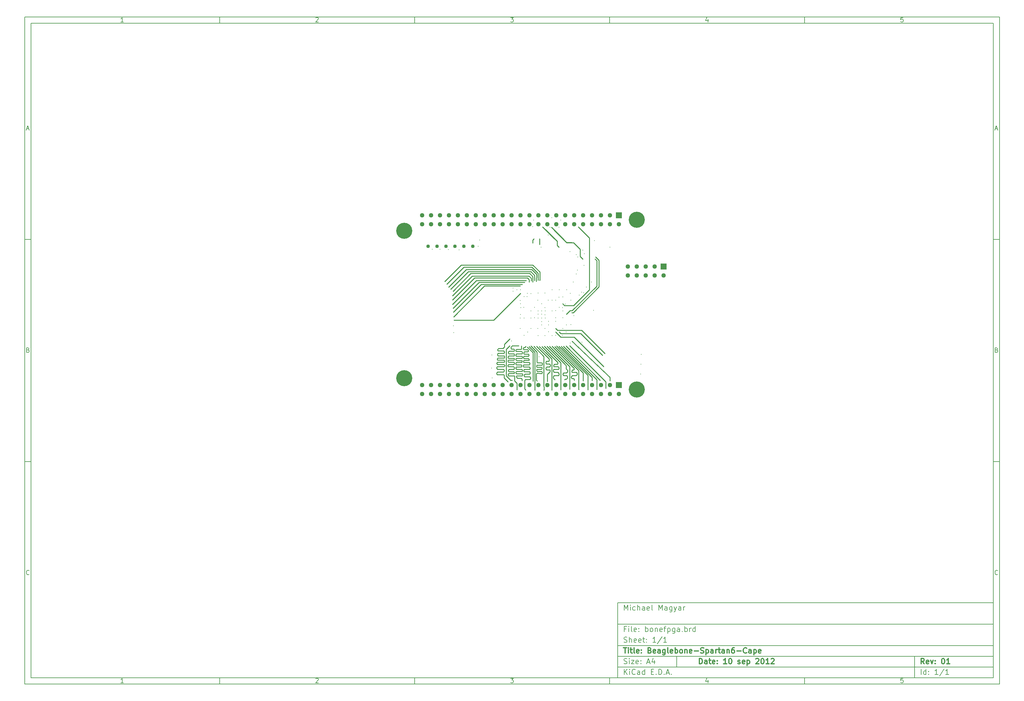
<source format=gbr>
G04 (created by PCBNEW-RS274X (2012-jan-04)-stable) date Mon Sep 10 12:25:47 2012*
G01*
G70*
G90*
%MOIN*%
G04 Gerber Fmt 3.4, Leading zero omitted, Abs format*
%FSLAX34Y34*%
G04 APERTURE LIST*
%ADD10C,0.006000*%
%ADD11C,0.012000*%
%ADD12C,0.040200*%
%ADD13C,0.180000*%
%ADD14R,0.065000X0.065000*%
%ADD15C,0.051200*%
%ADD16C,0.011800*%
%ADD17C,0.009800*%
%ADD18C,0.011800*%
G04 APERTURE END LIST*
G54D10*
X04000Y-04000D02*
X113000Y-04000D01*
X113000Y-78670D01*
X04000Y-78670D01*
X04000Y-04000D01*
X04700Y-04700D02*
X112300Y-04700D01*
X112300Y-77970D01*
X04700Y-77970D01*
X04700Y-04700D01*
X25800Y-04000D02*
X25800Y-04700D01*
X15043Y-04552D02*
X14757Y-04552D01*
X14900Y-04552D02*
X14900Y-04052D01*
X14852Y-04124D01*
X14805Y-04171D01*
X14757Y-04195D01*
X25800Y-78670D02*
X25800Y-77970D01*
X15043Y-78522D02*
X14757Y-78522D01*
X14900Y-78522D02*
X14900Y-78022D01*
X14852Y-78094D01*
X14805Y-78141D01*
X14757Y-78165D01*
X47600Y-04000D02*
X47600Y-04700D01*
X36557Y-04100D02*
X36581Y-04076D01*
X36629Y-04052D01*
X36748Y-04052D01*
X36795Y-04076D01*
X36819Y-04100D01*
X36843Y-04148D01*
X36843Y-04195D01*
X36819Y-04267D01*
X36533Y-04552D01*
X36843Y-04552D01*
X47600Y-78670D02*
X47600Y-77970D01*
X36557Y-78070D02*
X36581Y-78046D01*
X36629Y-78022D01*
X36748Y-78022D01*
X36795Y-78046D01*
X36819Y-78070D01*
X36843Y-78118D01*
X36843Y-78165D01*
X36819Y-78237D01*
X36533Y-78522D01*
X36843Y-78522D01*
X69400Y-04000D02*
X69400Y-04700D01*
X58333Y-04052D02*
X58643Y-04052D01*
X58476Y-04243D01*
X58548Y-04243D01*
X58595Y-04267D01*
X58619Y-04290D01*
X58643Y-04338D01*
X58643Y-04457D01*
X58619Y-04505D01*
X58595Y-04529D01*
X58548Y-04552D01*
X58405Y-04552D01*
X58357Y-04529D01*
X58333Y-04505D01*
X69400Y-78670D02*
X69400Y-77970D01*
X58333Y-78022D02*
X58643Y-78022D01*
X58476Y-78213D01*
X58548Y-78213D01*
X58595Y-78237D01*
X58619Y-78260D01*
X58643Y-78308D01*
X58643Y-78427D01*
X58619Y-78475D01*
X58595Y-78499D01*
X58548Y-78522D01*
X58405Y-78522D01*
X58357Y-78499D01*
X58333Y-78475D01*
X91200Y-04000D02*
X91200Y-04700D01*
X80395Y-04219D02*
X80395Y-04552D01*
X80276Y-04029D02*
X80157Y-04386D01*
X80467Y-04386D01*
X91200Y-78670D02*
X91200Y-77970D01*
X80395Y-78189D02*
X80395Y-78522D01*
X80276Y-77999D02*
X80157Y-78356D01*
X80467Y-78356D01*
X102219Y-04052D02*
X101981Y-04052D01*
X101957Y-04290D01*
X101981Y-04267D01*
X102029Y-04243D01*
X102148Y-04243D01*
X102195Y-04267D01*
X102219Y-04290D01*
X102243Y-04338D01*
X102243Y-04457D01*
X102219Y-04505D01*
X102195Y-04529D01*
X102148Y-04552D01*
X102029Y-04552D01*
X101981Y-04529D01*
X101957Y-04505D01*
X102219Y-78022D02*
X101981Y-78022D01*
X101957Y-78260D01*
X101981Y-78237D01*
X102029Y-78213D01*
X102148Y-78213D01*
X102195Y-78237D01*
X102219Y-78260D01*
X102243Y-78308D01*
X102243Y-78427D01*
X102219Y-78475D01*
X102195Y-78499D01*
X102148Y-78522D01*
X102029Y-78522D01*
X101981Y-78499D01*
X101957Y-78475D01*
X04000Y-28890D02*
X04700Y-28890D01*
X04231Y-16510D02*
X04469Y-16510D01*
X04184Y-16652D02*
X04350Y-16152D01*
X04517Y-16652D01*
X113000Y-28890D02*
X112300Y-28890D01*
X112531Y-16510D02*
X112769Y-16510D01*
X112484Y-16652D02*
X112650Y-16152D01*
X112817Y-16652D01*
X04000Y-53780D02*
X04700Y-53780D01*
X04386Y-41280D02*
X04457Y-41304D01*
X04481Y-41328D01*
X04505Y-41376D01*
X04505Y-41447D01*
X04481Y-41495D01*
X04457Y-41519D01*
X04410Y-41542D01*
X04219Y-41542D01*
X04219Y-41042D01*
X04386Y-41042D01*
X04433Y-41066D01*
X04457Y-41090D01*
X04481Y-41138D01*
X04481Y-41185D01*
X04457Y-41233D01*
X04433Y-41257D01*
X04386Y-41280D01*
X04219Y-41280D01*
X113000Y-53780D02*
X112300Y-53780D01*
X112686Y-41280D02*
X112757Y-41304D01*
X112781Y-41328D01*
X112805Y-41376D01*
X112805Y-41447D01*
X112781Y-41495D01*
X112757Y-41519D01*
X112710Y-41542D01*
X112519Y-41542D01*
X112519Y-41042D01*
X112686Y-41042D01*
X112733Y-41066D01*
X112757Y-41090D01*
X112781Y-41138D01*
X112781Y-41185D01*
X112757Y-41233D01*
X112733Y-41257D01*
X112686Y-41280D01*
X112519Y-41280D01*
X04505Y-66385D02*
X04481Y-66409D01*
X04410Y-66432D01*
X04362Y-66432D01*
X04290Y-66409D01*
X04243Y-66361D01*
X04219Y-66313D01*
X04195Y-66218D01*
X04195Y-66147D01*
X04219Y-66051D01*
X04243Y-66004D01*
X04290Y-65956D01*
X04362Y-65932D01*
X04410Y-65932D01*
X04481Y-65956D01*
X04505Y-65980D01*
X112805Y-66385D02*
X112781Y-66409D01*
X112710Y-66432D01*
X112662Y-66432D01*
X112590Y-66409D01*
X112543Y-66361D01*
X112519Y-66313D01*
X112495Y-66218D01*
X112495Y-66147D01*
X112519Y-66051D01*
X112543Y-66004D01*
X112590Y-65956D01*
X112662Y-65932D01*
X112710Y-65932D01*
X112781Y-65956D01*
X112805Y-65980D01*
G54D11*
X79443Y-76413D02*
X79443Y-75813D01*
X79586Y-75813D01*
X79671Y-75841D01*
X79729Y-75899D01*
X79757Y-75956D01*
X79786Y-76070D01*
X79786Y-76156D01*
X79757Y-76270D01*
X79729Y-76327D01*
X79671Y-76384D01*
X79586Y-76413D01*
X79443Y-76413D01*
X80300Y-76413D02*
X80300Y-76099D01*
X80271Y-76041D01*
X80214Y-76013D01*
X80100Y-76013D01*
X80043Y-76041D01*
X80300Y-76384D02*
X80243Y-76413D01*
X80100Y-76413D01*
X80043Y-76384D01*
X80014Y-76327D01*
X80014Y-76270D01*
X80043Y-76213D01*
X80100Y-76184D01*
X80243Y-76184D01*
X80300Y-76156D01*
X80500Y-76013D02*
X80729Y-76013D01*
X80586Y-75813D02*
X80586Y-76327D01*
X80614Y-76384D01*
X80672Y-76413D01*
X80729Y-76413D01*
X81157Y-76384D02*
X81100Y-76413D01*
X80986Y-76413D01*
X80929Y-76384D01*
X80900Y-76327D01*
X80900Y-76099D01*
X80929Y-76041D01*
X80986Y-76013D01*
X81100Y-76013D01*
X81157Y-76041D01*
X81186Y-76099D01*
X81186Y-76156D01*
X80900Y-76213D01*
X81443Y-76356D02*
X81471Y-76384D01*
X81443Y-76413D01*
X81414Y-76384D01*
X81443Y-76356D01*
X81443Y-76413D01*
X81443Y-76041D02*
X81471Y-76070D01*
X81443Y-76099D01*
X81414Y-76070D01*
X81443Y-76041D01*
X81443Y-76099D01*
X82500Y-76413D02*
X82157Y-76413D01*
X82329Y-76413D02*
X82329Y-75813D01*
X82272Y-75899D01*
X82214Y-75956D01*
X82157Y-75984D01*
X82871Y-75813D02*
X82928Y-75813D01*
X82985Y-75841D01*
X83014Y-75870D01*
X83043Y-75927D01*
X83071Y-76041D01*
X83071Y-76184D01*
X83043Y-76299D01*
X83014Y-76356D01*
X82985Y-76384D01*
X82928Y-76413D01*
X82871Y-76413D01*
X82814Y-76384D01*
X82785Y-76356D01*
X82757Y-76299D01*
X82728Y-76184D01*
X82728Y-76041D01*
X82757Y-75927D01*
X82785Y-75870D01*
X82814Y-75841D01*
X82871Y-75813D01*
X83756Y-76384D02*
X83813Y-76413D01*
X83928Y-76413D01*
X83985Y-76384D01*
X84013Y-76327D01*
X84013Y-76299D01*
X83985Y-76241D01*
X83928Y-76213D01*
X83842Y-76213D01*
X83785Y-76184D01*
X83756Y-76127D01*
X83756Y-76099D01*
X83785Y-76041D01*
X83842Y-76013D01*
X83928Y-76013D01*
X83985Y-76041D01*
X84499Y-76384D02*
X84442Y-76413D01*
X84328Y-76413D01*
X84271Y-76384D01*
X84242Y-76327D01*
X84242Y-76099D01*
X84271Y-76041D01*
X84328Y-76013D01*
X84442Y-76013D01*
X84499Y-76041D01*
X84528Y-76099D01*
X84528Y-76156D01*
X84242Y-76213D01*
X84785Y-76013D02*
X84785Y-76613D01*
X84785Y-76041D02*
X84842Y-76013D01*
X84956Y-76013D01*
X85013Y-76041D01*
X85042Y-76070D01*
X85071Y-76127D01*
X85071Y-76299D01*
X85042Y-76356D01*
X85013Y-76384D01*
X84956Y-76413D01*
X84842Y-76413D01*
X84785Y-76384D01*
X85756Y-75870D02*
X85785Y-75841D01*
X85842Y-75813D01*
X85985Y-75813D01*
X86042Y-75841D01*
X86071Y-75870D01*
X86099Y-75927D01*
X86099Y-75984D01*
X86071Y-76070D01*
X85728Y-76413D01*
X86099Y-76413D01*
X86470Y-75813D02*
X86527Y-75813D01*
X86584Y-75841D01*
X86613Y-75870D01*
X86642Y-75927D01*
X86670Y-76041D01*
X86670Y-76184D01*
X86642Y-76299D01*
X86613Y-76356D01*
X86584Y-76384D01*
X86527Y-76413D01*
X86470Y-76413D01*
X86413Y-76384D01*
X86384Y-76356D01*
X86356Y-76299D01*
X86327Y-76184D01*
X86327Y-76041D01*
X86356Y-75927D01*
X86384Y-75870D01*
X86413Y-75841D01*
X86470Y-75813D01*
X87241Y-76413D02*
X86898Y-76413D01*
X87070Y-76413D02*
X87070Y-75813D01*
X87013Y-75899D01*
X86955Y-75956D01*
X86898Y-75984D01*
X87469Y-75870D02*
X87498Y-75841D01*
X87555Y-75813D01*
X87698Y-75813D01*
X87755Y-75841D01*
X87784Y-75870D01*
X87812Y-75927D01*
X87812Y-75984D01*
X87784Y-76070D01*
X87441Y-76413D01*
X87812Y-76413D01*
G54D10*
X71043Y-77613D02*
X71043Y-77013D01*
X71386Y-77613D02*
X71129Y-77270D01*
X71386Y-77013D02*
X71043Y-77356D01*
X71643Y-77613D02*
X71643Y-77213D01*
X71643Y-77013D02*
X71614Y-77041D01*
X71643Y-77070D01*
X71671Y-77041D01*
X71643Y-77013D01*
X71643Y-77070D01*
X72272Y-77556D02*
X72243Y-77584D01*
X72157Y-77613D01*
X72100Y-77613D01*
X72015Y-77584D01*
X71957Y-77527D01*
X71929Y-77470D01*
X71900Y-77356D01*
X71900Y-77270D01*
X71929Y-77156D01*
X71957Y-77099D01*
X72015Y-77041D01*
X72100Y-77013D01*
X72157Y-77013D01*
X72243Y-77041D01*
X72272Y-77070D01*
X72786Y-77613D02*
X72786Y-77299D01*
X72757Y-77241D01*
X72700Y-77213D01*
X72586Y-77213D01*
X72529Y-77241D01*
X72786Y-77584D02*
X72729Y-77613D01*
X72586Y-77613D01*
X72529Y-77584D01*
X72500Y-77527D01*
X72500Y-77470D01*
X72529Y-77413D01*
X72586Y-77384D01*
X72729Y-77384D01*
X72786Y-77356D01*
X73329Y-77613D02*
X73329Y-77013D01*
X73329Y-77584D02*
X73272Y-77613D01*
X73158Y-77613D01*
X73100Y-77584D01*
X73072Y-77556D01*
X73043Y-77499D01*
X73043Y-77327D01*
X73072Y-77270D01*
X73100Y-77241D01*
X73158Y-77213D01*
X73272Y-77213D01*
X73329Y-77241D01*
X74072Y-77299D02*
X74272Y-77299D01*
X74358Y-77613D02*
X74072Y-77613D01*
X74072Y-77013D01*
X74358Y-77013D01*
X74615Y-77556D02*
X74643Y-77584D01*
X74615Y-77613D01*
X74586Y-77584D01*
X74615Y-77556D01*
X74615Y-77613D01*
X74901Y-77613D02*
X74901Y-77013D01*
X75044Y-77013D01*
X75129Y-77041D01*
X75187Y-77099D01*
X75215Y-77156D01*
X75244Y-77270D01*
X75244Y-77356D01*
X75215Y-77470D01*
X75187Y-77527D01*
X75129Y-77584D01*
X75044Y-77613D01*
X74901Y-77613D01*
X75501Y-77556D02*
X75529Y-77584D01*
X75501Y-77613D01*
X75472Y-77584D01*
X75501Y-77556D01*
X75501Y-77613D01*
X75758Y-77441D02*
X76044Y-77441D01*
X75701Y-77613D02*
X75901Y-77013D01*
X76101Y-77613D01*
X76301Y-77556D02*
X76329Y-77584D01*
X76301Y-77613D01*
X76272Y-77584D01*
X76301Y-77556D01*
X76301Y-77613D01*
G54D11*
X104586Y-76413D02*
X104386Y-76127D01*
X104243Y-76413D02*
X104243Y-75813D01*
X104471Y-75813D01*
X104529Y-75841D01*
X104557Y-75870D01*
X104586Y-75927D01*
X104586Y-76013D01*
X104557Y-76070D01*
X104529Y-76099D01*
X104471Y-76127D01*
X104243Y-76127D01*
X105071Y-76384D02*
X105014Y-76413D01*
X104900Y-76413D01*
X104843Y-76384D01*
X104814Y-76327D01*
X104814Y-76099D01*
X104843Y-76041D01*
X104900Y-76013D01*
X105014Y-76013D01*
X105071Y-76041D01*
X105100Y-76099D01*
X105100Y-76156D01*
X104814Y-76213D01*
X105300Y-76013D02*
X105443Y-76413D01*
X105585Y-76013D01*
X105814Y-76356D02*
X105842Y-76384D01*
X105814Y-76413D01*
X105785Y-76384D01*
X105814Y-76356D01*
X105814Y-76413D01*
X105814Y-76041D02*
X105842Y-76070D01*
X105814Y-76099D01*
X105785Y-76070D01*
X105814Y-76041D01*
X105814Y-76099D01*
X106671Y-75813D02*
X106728Y-75813D01*
X106785Y-75841D01*
X106814Y-75870D01*
X106843Y-75927D01*
X106871Y-76041D01*
X106871Y-76184D01*
X106843Y-76299D01*
X106814Y-76356D01*
X106785Y-76384D01*
X106728Y-76413D01*
X106671Y-76413D01*
X106614Y-76384D01*
X106585Y-76356D01*
X106557Y-76299D01*
X106528Y-76184D01*
X106528Y-76041D01*
X106557Y-75927D01*
X106585Y-75870D01*
X106614Y-75841D01*
X106671Y-75813D01*
X107442Y-76413D02*
X107099Y-76413D01*
X107271Y-76413D02*
X107271Y-75813D01*
X107214Y-75899D01*
X107156Y-75956D01*
X107099Y-75984D01*
G54D10*
X71014Y-76384D02*
X71100Y-76413D01*
X71243Y-76413D01*
X71300Y-76384D01*
X71329Y-76356D01*
X71357Y-76299D01*
X71357Y-76241D01*
X71329Y-76184D01*
X71300Y-76156D01*
X71243Y-76127D01*
X71129Y-76099D01*
X71071Y-76070D01*
X71043Y-76041D01*
X71014Y-75984D01*
X71014Y-75927D01*
X71043Y-75870D01*
X71071Y-75841D01*
X71129Y-75813D01*
X71271Y-75813D01*
X71357Y-75841D01*
X71614Y-76413D02*
X71614Y-76013D01*
X71614Y-75813D02*
X71585Y-75841D01*
X71614Y-75870D01*
X71642Y-75841D01*
X71614Y-75813D01*
X71614Y-75870D01*
X71843Y-76013D02*
X72157Y-76013D01*
X71843Y-76413D01*
X72157Y-76413D01*
X72614Y-76384D02*
X72557Y-76413D01*
X72443Y-76413D01*
X72386Y-76384D01*
X72357Y-76327D01*
X72357Y-76099D01*
X72386Y-76041D01*
X72443Y-76013D01*
X72557Y-76013D01*
X72614Y-76041D01*
X72643Y-76099D01*
X72643Y-76156D01*
X72357Y-76213D01*
X72900Y-76356D02*
X72928Y-76384D01*
X72900Y-76413D01*
X72871Y-76384D01*
X72900Y-76356D01*
X72900Y-76413D01*
X72900Y-76041D02*
X72928Y-76070D01*
X72900Y-76099D01*
X72871Y-76070D01*
X72900Y-76041D01*
X72900Y-76099D01*
X73614Y-76241D02*
X73900Y-76241D01*
X73557Y-76413D02*
X73757Y-75813D01*
X73957Y-76413D01*
X74414Y-76013D02*
X74414Y-76413D01*
X74271Y-75784D02*
X74128Y-76213D01*
X74500Y-76213D01*
X104243Y-77613D02*
X104243Y-77013D01*
X104786Y-77613D02*
X104786Y-77013D01*
X104786Y-77584D02*
X104729Y-77613D01*
X104615Y-77613D01*
X104557Y-77584D01*
X104529Y-77556D01*
X104500Y-77499D01*
X104500Y-77327D01*
X104529Y-77270D01*
X104557Y-77241D01*
X104615Y-77213D01*
X104729Y-77213D01*
X104786Y-77241D01*
X105072Y-77556D02*
X105100Y-77584D01*
X105072Y-77613D01*
X105043Y-77584D01*
X105072Y-77556D01*
X105072Y-77613D01*
X105072Y-77241D02*
X105100Y-77270D01*
X105072Y-77299D01*
X105043Y-77270D01*
X105072Y-77241D01*
X105072Y-77299D01*
X106129Y-77613D02*
X105786Y-77613D01*
X105958Y-77613D02*
X105958Y-77013D01*
X105901Y-77099D01*
X105843Y-77156D01*
X105786Y-77184D01*
X106814Y-76984D02*
X106300Y-77756D01*
X107329Y-77613D02*
X106986Y-77613D01*
X107158Y-77613D02*
X107158Y-77013D01*
X107101Y-77099D01*
X107043Y-77156D01*
X106986Y-77184D01*
G54D11*
X70957Y-74613D02*
X71300Y-74613D01*
X71129Y-75213D02*
X71129Y-74613D01*
X71500Y-75213D02*
X71500Y-74813D01*
X71500Y-74613D02*
X71471Y-74641D01*
X71500Y-74670D01*
X71528Y-74641D01*
X71500Y-74613D01*
X71500Y-74670D01*
X71700Y-74813D02*
X71929Y-74813D01*
X71786Y-74613D02*
X71786Y-75127D01*
X71814Y-75184D01*
X71872Y-75213D01*
X71929Y-75213D01*
X72215Y-75213D02*
X72157Y-75184D01*
X72129Y-75127D01*
X72129Y-74613D01*
X72671Y-75184D02*
X72614Y-75213D01*
X72500Y-75213D01*
X72443Y-75184D01*
X72414Y-75127D01*
X72414Y-74899D01*
X72443Y-74841D01*
X72500Y-74813D01*
X72614Y-74813D01*
X72671Y-74841D01*
X72700Y-74899D01*
X72700Y-74956D01*
X72414Y-75013D01*
X72957Y-75156D02*
X72985Y-75184D01*
X72957Y-75213D01*
X72928Y-75184D01*
X72957Y-75156D01*
X72957Y-75213D01*
X72957Y-74841D02*
X72985Y-74870D01*
X72957Y-74899D01*
X72928Y-74870D01*
X72957Y-74841D01*
X72957Y-74899D01*
X73900Y-74899D02*
X73986Y-74927D01*
X74014Y-74956D01*
X74043Y-75013D01*
X74043Y-75099D01*
X74014Y-75156D01*
X73986Y-75184D01*
X73928Y-75213D01*
X73700Y-75213D01*
X73700Y-74613D01*
X73900Y-74613D01*
X73957Y-74641D01*
X73986Y-74670D01*
X74014Y-74727D01*
X74014Y-74784D01*
X73986Y-74841D01*
X73957Y-74870D01*
X73900Y-74899D01*
X73700Y-74899D01*
X74528Y-75184D02*
X74471Y-75213D01*
X74357Y-75213D01*
X74300Y-75184D01*
X74271Y-75127D01*
X74271Y-74899D01*
X74300Y-74841D01*
X74357Y-74813D01*
X74471Y-74813D01*
X74528Y-74841D01*
X74557Y-74899D01*
X74557Y-74956D01*
X74271Y-75013D01*
X75071Y-75213D02*
X75071Y-74899D01*
X75042Y-74841D01*
X74985Y-74813D01*
X74871Y-74813D01*
X74814Y-74841D01*
X75071Y-75184D02*
X75014Y-75213D01*
X74871Y-75213D01*
X74814Y-75184D01*
X74785Y-75127D01*
X74785Y-75070D01*
X74814Y-75013D01*
X74871Y-74984D01*
X75014Y-74984D01*
X75071Y-74956D01*
X75614Y-74813D02*
X75614Y-75299D01*
X75585Y-75356D01*
X75557Y-75384D01*
X75500Y-75413D01*
X75414Y-75413D01*
X75357Y-75384D01*
X75614Y-75184D02*
X75557Y-75213D01*
X75443Y-75213D01*
X75385Y-75184D01*
X75357Y-75156D01*
X75328Y-75099D01*
X75328Y-74927D01*
X75357Y-74870D01*
X75385Y-74841D01*
X75443Y-74813D01*
X75557Y-74813D01*
X75614Y-74841D01*
X75986Y-75213D02*
X75928Y-75184D01*
X75900Y-75127D01*
X75900Y-74613D01*
X76442Y-75184D02*
X76385Y-75213D01*
X76271Y-75213D01*
X76214Y-75184D01*
X76185Y-75127D01*
X76185Y-74899D01*
X76214Y-74841D01*
X76271Y-74813D01*
X76385Y-74813D01*
X76442Y-74841D01*
X76471Y-74899D01*
X76471Y-74956D01*
X76185Y-75013D01*
X76728Y-75213D02*
X76728Y-74613D01*
X76728Y-74841D02*
X76785Y-74813D01*
X76899Y-74813D01*
X76956Y-74841D01*
X76985Y-74870D01*
X77014Y-74927D01*
X77014Y-75099D01*
X76985Y-75156D01*
X76956Y-75184D01*
X76899Y-75213D01*
X76785Y-75213D01*
X76728Y-75184D01*
X77357Y-75213D02*
X77299Y-75184D01*
X77271Y-75156D01*
X77242Y-75099D01*
X77242Y-74927D01*
X77271Y-74870D01*
X77299Y-74841D01*
X77357Y-74813D01*
X77442Y-74813D01*
X77499Y-74841D01*
X77528Y-74870D01*
X77557Y-74927D01*
X77557Y-75099D01*
X77528Y-75156D01*
X77499Y-75184D01*
X77442Y-75213D01*
X77357Y-75213D01*
X77814Y-74813D02*
X77814Y-75213D01*
X77814Y-74870D02*
X77842Y-74841D01*
X77900Y-74813D01*
X77985Y-74813D01*
X78042Y-74841D01*
X78071Y-74899D01*
X78071Y-75213D01*
X78585Y-75184D02*
X78528Y-75213D01*
X78414Y-75213D01*
X78357Y-75184D01*
X78328Y-75127D01*
X78328Y-74899D01*
X78357Y-74841D01*
X78414Y-74813D01*
X78528Y-74813D01*
X78585Y-74841D01*
X78614Y-74899D01*
X78614Y-74956D01*
X78328Y-75013D01*
X78871Y-74984D02*
X79328Y-74984D01*
X79585Y-75184D02*
X79671Y-75213D01*
X79814Y-75213D01*
X79871Y-75184D01*
X79900Y-75156D01*
X79928Y-75099D01*
X79928Y-75041D01*
X79900Y-74984D01*
X79871Y-74956D01*
X79814Y-74927D01*
X79700Y-74899D01*
X79642Y-74870D01*
X79614Y-74841D01*
X79585Y-74784D01*
X79585Y-74727D01*
X79614Y-74670D01*
X79642Y-74641D01*
X79700Y-74613D01*
X79842Y-74613D01*
X79928Y-74641D01*
X80185Y-74813D02*
X80185Y-75413D01*
X80185Y-74841D02*
X80242Y-74813D01*
X80356Y-74813D01*
X80413Y-74841D01*
X80442Y-74870D01*
X80471Y-74927D01*
X80471Y-75099D01*
X80442Y-75156D01*
X80413Y-75184D01*
X80356Y-75213D01*
X80242Y-75213D01*
X80185Y-75184D01*
X80985Y-75213D02*
X80985Y-74899D01*
X80956Y-74841D01*
X80899Y-74813D01*
X80785Y-74813D01*
X80728Y-74841D01*
X80985Y-75184D02*
X80928Y-75213D01*
X80785Y-75213D01*
X80728Y-75184D01*
X80699Y-75127D01*
X80699Y-75070D01*
X80728Y-75013D01*
X80785Y-74984D01*
X80928Y-74984D01*
X80985Y-74956D01*
X81271Y-75213D02*
X81271Y-74813D01*
X81271Y-74927D02*
X81299Y-74870D01*
X81328Y-74841D01*
X81385Y-74813D01*
X81442Y-74813D01*
X81556Y-74813D02*
X81785Y-74813D01*
X81642Y-74613D02*
X81642Y-75127D01*
X81670Y-75184D01*
X81728Y-75213D01*
X81785Y-75213D01*
X82242Y-75213D02*
X82242Y-74899D01*
X82213Y-74841D01*
X82156Y-74813D01*
X82042Y-74813D01*
X81985Y-74841D01*
X82242Y-75184D02*
X82185Y-75213D01*
X82042Y-75213D01*
X81985Y-75184D01*
X81956Y-75127D01*
X81956Y-75070D01*
X81985Y-75013D01*
X82042Y-74984D01*
X82185Y-74984D01*
X82242Y-74956D01*
X82528Y-74813D02*
X82528Y-75213D01*
X82528Y-74870D02*
X82556Y-74841D01*
X82614Y-74813D01*
X82699Y-74813D01*
X82756Y-74841D01*
X82785Y-74899D01*
X82785Y-75213D01*
X83328Y-74613D02*
X83214Y-74613D01*
X83157Y-74641D01*
X83128Y-74670D01*
X83071Y-74756D01*
X83042Y-74870D01*
X83042Y-75099D01*
X83071Y-75156D01*
X83099Y-75184D01*
X83157Y-75213D01*
X83271Y-75213D01*
X83328Y-75184D01*
X83357Y-75156D01*
X83385Y-75099D01*
X83385Y-74956D01*
X83357Y-74899D01*
X83328Y-74870D01*
X83271Y-74841D01*
X83157Y-74841D01*
X83099Y-74870D01*
X83071Y-74899D01*
X83042Y-74956D01*
X83642Y-74984D02*
X84099Y-74984D01*
X84728Y-75156D02*
X84699Y-75184D01*
X84613Y-75213D01*
X84556Y-75213D01*
X84471Y-75184D01*
X84413Y-75127D01*
X84385Y-75070D01*
X84356Y-74956D01*
X84356Y-74870D01*
X84385Y-74756D01*
X84413Y-74699D01*
X84471Y-74641D01*
X84556Y-74613D01*
X84613Y-74613D01*
X84699Y-74641D01*
X84728Y-74670D01*
X85242Y-75213D02*
X85242Y-74899D01*
X85213Y-74841D01*
X85156Y-74813D01*
X85042Y-74813D01*
X84985Y-74841D01*
X85242Y-75184D02*
X85185Y-75213D01*
X85042Y-75213D01*
X84985Y-75184D01*
X84956Y-75127D01*
X84956Y-75070D01*
X84985Y-75013D01*
X85042Y-74984D01*
X85185Y-74984D01*
X85242Y-74956D01*
X85528Y-74813D02*
X85528Y-75413D01*
X85528Y-74841D02*
X85585Y-74813D01*
X85699Y-74813D01*
X85756Y-74841D01*
X85785Y-74870D01*
X85814Y-74927D01*
X85814Y-75099D01*
X85785Y-75156D01*
X85756Y-75184D01*
X85699Y-75213D01*
X85585Y-75213D01*
X85528Y-75184D01*
X86299Y-75184D02*
X86242Y-75213D01*
X86128Y-75213D01*
X86071Y-75184D01*
X86042Y-75127D01*
X86042Y-74899D01*
X86071Y-74841D01*
X86128Y-74813D01*
X86242Y-74813D01*
X86299Y-74841D01*
X86328Y-74899D01*
X86328Y-74956D01*
X86042Y-75013D01*
G54D10*
X71243Y-72499D02*
X71043Y-72499D01*
X71043Y-72813D02*
X71043Y-72213D01*
X71329Y-72213D01*
X71557Y-72813D02*
X71557Y-72413D01*
X71557Y-72213D02*
X71528Y-72241D01*
X71557Y-72270D01*
X71585Y-72241D01*
X71557Y-72213D01*
X71557Y-72270D01*
X71929Y-72813D02*
X71871Y-72784D01*
X71843Y-72727D01*
X71843Y-72213D01*
X72385Y-72784D02*
X72328Y-72813D01*
X72214Y-72813D01*
X72157Y-72784D01*
X72128Y-72727D01*
X72128Y-72499D01*
X72157Y-72441D01*
X72214Y-72413D01*
X72328Y-72413D01*
X72385Y-72441D01*
X72414Y-72499D01*
X72414Y-72556D01*
X72128Y-72613D01*
X72671Y-72756D02*
X72699Y-72784D01*
X72671Y-72813D01*
X72642Y-72784D01*
X72671Y-72756D01*
X72671Y-72813D01*
X72671Y-72441D02*
X72699Y-72470D01*
X72671Y-72499D01*
X72642Y-72470D01*
X72671Y-72441D01*
X72671Y-72499D01*
X73414Y-72813D02*
X73414Y-72213D01*
X73414Y-72441D02*
X73471Y-72413D01*
X73585Y-72413D01*
X73642Y-72441D01*
X73671Y-72470D01*
X73700Y-72527D01*
X73700Y-72699D01*
X73671Y-72756D01*
X73642Y-72784D01*
X73585Y-72813D01*
X73471Y-72813D01*
X73414Y-72784D01*
X74043Y-72813D02*
X73985Y-72784D01*
X73957Y-72756D01*
X73928Y-72699D01*
X73928Y-72527D01*
X73957Y-72470D01*
X73985Y-72441D01*
X74043Y-72413D01*
X74128Y-72413D01*
X74185Y-72441D01*
X74214Y-72470D01*
X74243Y-72527D01*
X74243Y-72699D01*
X74214Y-72756D01*
X74185Y-72784D01*
X74128Y-72813D01*
X74043Y-72813D01*
X74500Y-72413D02*
X74500Y-72813D01*
X74500Y-72470D02*
X74528Y-72441D01*
X74586Y-72413D01*
X74671Y-72413D01*
X74728Y-72441D01*
X74757Y-72499D01*
X74757Y-72813D01*
X75271Y-72784D02*
X75214Y-72813D01*
X75100Y-72813D01*
X75043Y-72784D01*
X75014Y-72727D01*
X75014Y-72499D01*
X75043Y-72441D01*
X75100Y-72413D01*
X75214Y-72413D01*
X75271Y-72441D01*
X75300Y-72499D01*
X75300Y-72556D01*
X75014Y-72613D01*
X75471Y-72413D02*
X75700Y-72413D01*
X75557Y-72813D02*
X75557Y-72299D01*
X75585Y-72241D01*
X75643Y-72213D01*
X75700Y-72213D01*
X75900Y-72413D02*
X75900Y-73013D01*
X75900Y-72441D02*
X75957Y-72413D01*
X76071Y-72413D01*
X76128Y-72441D01*
X76157Y-72470D01*
X76186Y-72527D01*
X76186Y-72699D01*
X76157Y-72756D01*
X76128Y-72784D01*
X76071Y-72813D01*
X75957Y-72813D01*
X75900Y-72784D01*
X76700Y-72413D02*
X76700Y-72899D01*
X76671Y-72956D01*
X76643Y-72984D01*
X76586Y-73013D01*
X76500Y-73013D01*
X76443Y-72984D01*
X76700Y-72784D02*
X76643Y-72813D01*
X76529Y-72813D01*
X76471Y-72784D01*
X76443Y-72756D01*
X76414Y-72699D01*
X76414Y-72527D01*
X76443Y-72470D01*
X76471Y-72441D01*
X76529Y-72413D01*
X76643Y-72413D01*
X76700Y-72441D01*
X77243Y-72813D02*
X77243Y-72499D01*
X77214Y-72441D01*
X77157Y-72413D01*
X77043Y-72413D01*
X76986Y-72441D01*
X77243Y-72784D02*
X77186Y-72813D01*
X77043Y-72813D01*
X76986Y-72784D01*
X76957Y-72727D01*
X76957Y-72670D01*
X76986Y-72613D01*
X77043Y-72584D01*
X77186Y-72584D01*
X77243Y-72556D01*
X77529Y-72756D02*
X77557Y-72784D01*
X77529Y-72813D01*
X77500Y-72784D01*
X77529Y-72756D01*
X77529Y-72813D01*
X77815Y-72813D02*
X77815Y-72213D01*
X77815Y-72441D02*
X77872Y-72413D01*
X77986Y-72413D01*
X78043Y-72441D01*
X78072Y-72470D01*
X78101Y-72527D01*
X78101Y-72699D01*
X78072Y-72756D01*
X78043Y-72784D01*
X77986Y-72813D01*
X77872Y-72813D01*
X77815Y-72784D01*
X78358Y-72813D02*
X78358Y-72413D01*
X78358Y-72527D02*
X78386Y-72470D01*
X78415Y-72441D01*
X78472Y-72413D01*
X78529Y-72413D01*
X78986Y-72813D02*
X78986Y-72213D01*
X78986Y-72784D02*
X78929Y-72813D01*
X78815Y-72813D01*
X78757Y-72784D01*
X78729Y-72756D01*
X78700Y-72699D01*
X78700Y-72527D01*
X78729Y-72470D01*
X78757Y-72441D01*
X78815Y-72413D01*
X78929Y-72413D01*
X78986Y-72441D01*
X71014Y-73984D02*
X71100Y-74013D01*
X71243Y-74013D01*
X71300Y-73984D01*
X71329Y-73956D01*
X71357Y-73899D01*
X71357Y-73841D01*
X71329Y-73784D01*
X71300Y-73756D01*
X71243Y-73727D01*
X71129Y-73699D01*
X71071Y-73670D01*
X71043Y-73641D01*
X71014Y-73584D01*
X71014Y-73527D01*
X71043Y-73470D01*
X71071Y-73441D01*
X71129Y-73413D01*
X71271Y-73413D01*
X71357Y-73441D01*
X71614Y-74013D02*
X71614Y-73413D01*
X71871Y-74013D02*
X71871Y-73699D01*
X71842Y-73641D01*
X71785Y-73613D01*
X71700Y-73613D01*
X71642Y-73641D01*
X71614Y-73670D01*
X72385Y-73984D02*
X72328Y-74013D01*
X72214Y-74013D01*
X72157Y-73984D01*
X72128Y-73927D01*
X72128Y-73699D01*
X72157Y-73641D01*
X72214Y-73613D01*
X72328Y-73613D01*
X72385Y-73641D01*
X72414Y-73699D01*
X72414Y-73756D01*
X72128Y-73813D01*
X72899Y-73984D02*
X72842Y-74013D01*
X72728Y-74013D01*
X72671Y-73984D01*
X72642Y-73927D01*
X72642Y-73699D01*
X72671Y-73641D01*
X72728Y-73613D01*
X72842Y-73613D01*
X72899Y-73641D01*
X72928Y-73699D01*
X72928Y-73756D01*
X72642Y-73813D01*
X73099Y-73613D02*
X73328Y-73613D01*
X73185Y-73413D02*
X73185Y-73927D01*
X73213Y-73984D01*
X73271Y-74013D01*
X73328Y-74013D01*
X73528Y-73956D02*
X73556Y-73984D01*
X73528Y-74013D01*
X73499Y-73984D01*
X73528Y-73956D01*
X73528Y-74013D01*
X73528Y-73641D02*
X73556Y-73670D01*
X73528Y-73699D01*
X73499Y-73670D01*
X73528Y-73641D01*
X73528Y-73699D01*
X74585Y-74013D02*
X74242Y-74013D01*
X74414Y-74013D02*
X74414Y-73413D01*
X74357Y-73499D01*
X74299Y-73556D01*
X74242Y-73584D01*
X75270Y-73384D02*
X74756Y-74156D01*
X75785Y-74013D02*
X75442Y-74013D01*
X75614Y-74013D02*
X75614Y-73413D01*
X75557Y-73499D01*
X75499Y-73556D01*
X75442Y-73584D01*
X71043Y-70413D02*
X71043Y-69813D01*
X71243Y-70241D01*
X71443Y-69813D01*
X71443Y-70413D01*
X71729Y-70413D02*
X71729Y-70013D01*
X71729Y-69813D02*
X71700Y-69841D01*
X71729Y-69870D01*
X71757Y-69841D01*
X71729Y-69813D01*
X71729Y-69870D01*
X72272Y-70384D02*
X72215Y-70413D01*
X72101Y-70413D01*
X72043Y-70384D01*
X72015Y-70356D01*
X71986Y-70299D01*
X71986Y-70127D01*
X72015Y-70070D01*
X72043Y-70041D01*
X72101Y-70013D01*
X72215Y-70013D01*
X72272Y-70041D01*
X72529Y-70413D02*
X72529Y-69813D01*
X72786Y-70413D02*
X72786Y-70099D01*
X72757Y-70041D01*
X72700Y-70013D01*
X72615Y-70013D01*
X72557Y-70041D01*
X72529Y-70070D01*
X73329Y-70413D02*
X73329Y-70099D01*
X73300Y-70041D01*
X73243Y-70013D01*
X73129Y-70013D01*
X73072Y-70041D01*
X73329Y-70384D02*
X73272Y-70413D01*
X73129Y-70413D01*
X73072Y-70384D01*
X73043Y-70327D01*
X73043Y-70270D01*
X73072Y-70213D01*
X73129Y-70184D01*
X73272Y-70184D01*
X73329Y-70156D01*
X73843Y-70384D02*
X73786Y-70413D01*
X73672Y-70413D01*
X73615Y-70384D01*
X73586Y-70327D01*
X73586Y-70099D01*
X73615Y-70041D01*
X73672Y-70013D01*
X73786Y-70013D01*
X73843Y-70041D01*
X73872Y-70099D01*
X73872Y-70156D01*
X73586Y-70213D01*
X74215Y-70413D02*
X74157Y-70384D01*
X74129Y-70327D01*
X74129Y-69813D01*
X74900Y-70413D02*
X74900Y-69813D01*
X75100Y-70241D01*
X75300Y-69813D01*
X75300Y-70413D01*
X75843Y-70413D02*
X75843Y-70099D01*
X75814Y-70041D01*
X75757Y-70013D01*
X75643Y-70013D01*
X75586Y-70041D01*
X75843Y-70384D02*
X75786Y-70413D01*
X75643Y-70413D01*
X75586Y-70384D01*
X75557Y-70327D01*
X75557Y-70270D01*
X75586Y-70213D01*
X75643Y-70184D01*
X75786Y-70184D01*
X75843Y-70156D01*
X76386Y-70013D02*
X76386Y-70499D01*
X76357Y-70556D01*
X76329Y-70584D01*
X76272Y-70613D01*
X76186Y-70613D01*
X76129Y-70584D01*
X76386Y-70384D02*
X76329Y-70413D01*
X76215Y-70413D01*
X76157Y-70384D01*
X76129Y-70356D01*
X76100Y-70299D01*
X76100Y-70127D01*
X76129Y-70070D01*
X76157Y-70041D01*
X76215Y-70013D01*
X76329Y-70013D01*
X76386Y-70041D01*
X76615Y-70013D02*
X76758Y-70413D01*
X76900Y-70013D02*
X76758Y-70413D01*
X76700Y-70556D01*
X76672Y-70584D01*
X76615Y-70613D01*
X77386Y-70413D02*
X77386Y-70099D01*
X77357Y-70041D01*
X77300Y-70013D01*
X77186Y-70013D01*
X77129Y-70041D01*
X77386Y-70384D02*
X77329Y-70413D01*
X77186Y-70413D01*
X77129Y-70384D01*
X77100Y-70327D01*
X77100Y-70270D01*
X77129Y-70213D01*
X77186Y-70184D01*
X77329Y-70184D01*
X77386Y-70156D01*
X77672Y-70413D02*
X77672Y-70013D01*
X77672Y-70127D02*
X77700Y-70070D01*
X77729Y-70041D01*
X77786Y-70013D01*
X77843Y-70013D01*
X70300Y-69570D02*
X70300Y-77970D01*
X70300Y-71970D02*
X112300Y-71970D01*
X70300Y-69570D02*
X112300Y-69570D01*
X70300Y-74370D02*
X112300Y-74370D01*
X103500Y-75570D02*
X103500Y-77970D01*
X70300Y-76770D02*
X112300Y-76770D01*
X70300Y-75570D02*
X112300Y-75570D01*
X76900Y-75570D02*
X76900Y-76770D01*
G54D12*
X54106Y-29681D03*
X53106Y-29681D03*
X52106Y-29681D03*
X49106Y-29681D03*
X50106Y-29681D03*
X51106Y-29681D03*
G54D13*
X46447Y-27947D03*
X72447Y-26697D03*
X72447Y-45697D03*
X46447Y-44447D03*
G54D14*
X70447Y-26197D03*
G54D15*
X70447Y-27197D03*
X69447Y-26197D03*
X69447Y-27197D03*
X68447Y-26197D03*
X68447Y-27197D03*
X67447Y-26197D03*
X67447Y-27197D03*
X66447Y-26197D03*
X66447Y-27197D03*
X65447Y-26197D03*
X65447Y-27197D03*
X64447Y-26197D03*
X64447Y-27197D03*
X63447Y-26197D03*
X63447Y-27197D03*
X62447Y-26197D03*
X62447Y-27197D03*
X61447Y-26197D03*
X61447Y-27197D03*
X60447Y-26197D03*
X60447Y-27197D03*
X59447Y-26197D03*
X59447Y-27197D03*
X58447Y-26197D03*
X58447Y-27197D03*
X57447Y-26197D03*
X57447Y-27197D03*
X56447Y-26197D03*
X56447Y-27197D03*
X55447Y-26197D03*
X55447Y-27197D03*
X54447Y-26197D03*
X54447Y-27197D03*
X53447Y-26197D03*
X53447Y-27197D03*
X52447Y-26197D03*
X52447Y-27197D03*
X51447Y-26197D03*
X51447Y-27197D03*
X50447Y-26197D03*
X50447Y-27197D03*
X49447Y-26197D03*
X49447Y-27197D03*
X48447Y-26197D03*
X48447Y-27197D03*
G54D14*
X70447Y-45197D03*
G54D15*
X70447Y-46197D03*
X69447Y-45197D03*
X69447Y-46197D03*
X68447Y-45197D03*
X68447Y-46197D03*
X67447Y-45197D03*
X67447Y-46197D03*
X66447Y-45197D03*
X66447Y-46197D03*
X65447Y-45197D03*
X65447Y-46197D03*
X64447Y-45197D03*
X64447Y-46197D03*
X63447Y-45197D03*
X63447Y-46197D03*
X62447Y-45197D03*
X62447Y-46197D03*
X61447Y-45197D03*
X61447Y-46197D03*
X60447Y-45197D03*
X60447Y-46197D03*
X59447Y-45197D03*
X59447Y-46197D03*
X58447Y-45197D03*
X58447Y-46197D03*
X57447Y-45197D03*
X57447Y-46197D03*
X56447Y-45197D03*
X56447Y-46197D03*
X55447Y-45197D03*
X55447Y-46197D03*
X54447Y-45197D03*
X54447Y-46197D03*
X53447Y-45197D03*
X53447Y-46197D03*
X52447Y-45197D03*
X52447Y-46197D03*
X51447Y-45197D03*
X51447Y-46197D03*
X50447Y-45197D03*
X50447Y-46197D03*
X49447Y-45197D03*
X49447Y-46197D03*
X48447Y-45197D03*
X48447Y-46197D03*
G54D14*
X75447Y-31947D03*
G54D15*
X75447Y-32947D03*
X74447Y-31947D03*
X74447Y-32947D03*
X73447Y-31947D03*
X73447Y-32947D03*
X72447Y-31947D03*
X72447Y-32947D03*
X71447Y-31947D03*
X71447Y-32947D03*
G54D16*
X56197Y-43287D03*
X61504Y-42020D03*
X56228Y-41850D03*
X56268Y-44413D03*
X51949Y-38579D03*
X59039Y-34524D03*
X60630Y-33524D03*
X51839Y-35189D03*
X51406Y-34244D03*
X61209Y-33614D03*
X61020Y-33508D03*
X51638Y-34480D03*
X50969Y-33598D03*
X61587Y-33461D03*
X61409Y-33469D03*
X51201Y-33902D03*
X59441Y-34524D03*
X51980Y-39350D03*
X51961Y-37571D03*
X59421Y-34114D03*
X52024Y-37925D03*
X59441Y-34925D03*
X59906Y-33705D03*
X51913Y-36598D03*
X59634Y-33937D03*
X51949Y-37043D03*
X51827Y-35685D03*
X60417Y-33677D03*
X60079Y-33488D03*
X51831Y-36169D03*
X51898Y-34705D03*
X60815Y-33657D03*
X67598Y-36819D03*
X67390Y-33677D03*
X67846Y-30858D03*
X65161Y-37094D03*
X61945Y-27524D03*
X63756Y-29780D03*
X64571Y-37268D03*
X62945Y-27575D03*
X67787Y-31094D03*
X65169Y-29252D03*
X66417Y-31091D03*
X64980Y-30276D03*
X66417Y-30087D03*
X63929Y-26720D03*
X65681Y-30591D03*
X64442Y-36121D03*
X60795Y-27472D03*
X64134Y-36528D03*
X60921Y-26728D03*
X63776Y-34531D03*
X62173Y-34902D03*
X60224Y-34925D03*
X64173Y-35335D03*
X62559Y-35717D03*
X61362Y-35693D03*
X59823Y-36504D03*
X59441Y-37299D03*
X59831Y-37697D03*
X59425Y-35724D03*
X59413Y-38878D03*
X62197Y-36890D03*
X62205Y-37697D03*
X61413Y-37693D03*
X61803Y-37693D03*
X61807Y-36906D03*
X61413Y-37283D03*
X61807Y-37280D03*
X63378Y-38071D03*
X61382Y-38878D03*
X54709Y-29661D03*
X64169Y-38858D03*
X62965Y-36890D03*
X63382Y-39650D03*
X63378Y-36882D03*
X62575Y-39248D03*
X61795Y-38472D03*
X62165Y-36528D03*
X62161Y-39673D03*
X61016Y-36504D03*
X62591Y-38465D03*
X60610Y-38858D03*
X59827Y-39650D03*
X60598Y-37693D03*
X64169Y-37669D03*
X65854Y-30862D03*
X66579Y-30488D03*
X63756Y-27547D03*
X65409Y-37441D03*
X64996Y-34933D03*
X65795Y-32327D03*
X64598Y-34539D03*
X62555Y-28417D03*
X64150Y-39638D03*
X61736Y-29780D03*
X72925Y-42874D03*
X59421Y-37705D03*
X58445Y-40252D03*
X59465Y-36524D03*
X61394Y-39673D03*
X60228Y-39256D03*
X58610Y-34346D03*
X63729Y-35358D03*
X61413Y-36890D03*
X72886Y-43961D03*
X72953Y-41783D03*
X62571Y-38059D03*
X61406Y-34913D03*
X63370Y-37681D03*
X61799Y-36106D03*
X60610Y-36902D03*
X64571Y-38476D03*
X62965Y-39665D03*
X60189Y-35307D03*
X64165Y-36890D03*
X65008Y-40492D03*
X66555Y-31811D03*
X65339Y-33657D03*
X54870Y-28969D03*
X69433Y-29780D03*
X62177Y-37319D03*
X62185Y-38858D03*
X62969Y-34535D03*
X61012Y-37673D03*
X61807Y-38087D03*
X58232Y-40039D03*
X58039Y-44839D03*
X59047Y-45740D03*
X59240Y-40811D03*
X63941Y-45724D03*
X62102Y-40870D03*
X62441Y-44795D03*
X61232Y-40862D03*
X64953Y-45681D03*
X62669Y-40866D03*
X65449Y-44657D03*
X62972Y-40854D03*
X62929Y-45780D03*
X61559Y-40890D03*
X63283Y-44594D03*
X61827Y-40890D03*
X64531Y-40823D03*
X68350Y-44661D03*
X64236Y-40870D03*
X67972Y-45705D03*
X59602Y-44701D03*
X59551Y-40850D03*
X60020Y-45764D03*
X60028Y-40870D03*
X65220Y-40311D03*
X69441Y-44744D03*
X64929Y-40815D03*
X68965Y-45579D03*
X60622Y-40846D03*
X61295Y-44744D03*
X64366Y-44602D03*
X62394Y-40866D03*
X64000Y-40862D03*
X67449Y-44705D03*
X65902Y-27512D03*
X64165Y-36118D03*
X63460Y-40842D03*
X66445Y-44732D03*
X60941Y-40878D03*
X62051Y-45756D03*
X58500Y-44681D03*
X58252Y-40791D03*
X60827Y-44756D03*
X60224Y-40953D03*
X60413Y-40898D03*
X61059Y-45759D03*
X63732Y-40862D03*
X66988Y-45732D03*
X63264Y-40886D03*
X65961Y-45697D03*
X51382Y-30031D03*
X59827Y-35303D03*
X50441Y-29988D03*
X58626Y-34713D03*
X60614Y-34957D03*
X52575Y-30059D03*
X59449Y-36094D03*
X49591Y-29988D03*
X66303Y-40398D03*
X66811Y-34244D03*
X61571Y-28819D03*
X61575Y-29465D03*
X63776Y-36516D03*
X65681Y-32776D03*
X60803Y-29295D03*
X60941Y-28819D03*
X66268Y-34811D03*
X65079Y-38421D03*
X65071Y-35717D03*
X66024Y-35147D03*
X66516Y-34858D03*
X64551Y-39260D03*
X63776Y-39272D03*
X68614Y-41878D03*
X68882Y-41661D03*
X63370Y-38862D03*
X68748Y-43138D03*
X63378Y-39260D03*
X67701Y-29028D03*
X62941Y-26453D03*
X62976Y-35713D03*
X63370Y-35713D03*
X62744Y-27547D03*
G54D17*
X60370Y-32988D02*
X60630Y-33248D01*
X54040Y-32988D02*
X60370Y-32988D01*
X51839Y-35189D02*
X54040Y-32988D01*
X60630Y-33248D02*
X60630Y-33524D01*
X51406Y-34244D02*
X53370Y-32280D01*
X53370Y-32280D02*
X60702Y-32280D01*
X60702Y-32280D02*
X61228Y-32806D01*
X61228Y-32806D02*
X61209Y-33614D01*
X51638Y-34480D02*
X53618Y-32500D01*
X61020Y-32922D02*
X61020Y-33508D01*
X53618Y-32500D02*
X60598Y-32500D01*
X60598Y-32500D02*
X61020Y-32922D01*
X52811Y-31756D02*
X60812Y-31756D01*
X61594Y-33462D02*
X61587Y-33461D01*
X61594Y-32538D02*
X61594Y-33462D01*
X60812Y-31756D02*
X61594Y-32538D01*
X50969Y-33598D02*
X52811Y-31756D01*
X61409Y-32693D02*
X61409Y-33469D01*
X51201Y-33902D02*
X53115Y-31988D01*
X60704Y-31988D02*
X61409Y-32693D01*
X53115Y-31988D02*
X60704Y-31988D01*
X55418Y-34114D02*
X59421Y-34114D01*
X51961Y-37571D02*
X55418Y-34114D01*
X56441Y-37925D02*
X52024Y-37925D01*
X59441Y-34925D02*
X56441Y-37925D01*
X54806Y-33705D02*
X59906Y-33705D01*
X51913Y-36598D02*
X54806Y-33705D01*
X51949Y-37043D02*
X55055Y-33937D01*
X55055Y-33937D02*
X59634Y-33937D01*
X60417Y-33413D02*
X60417Y-33677D01*
X60213Y-33209D02*
X60417Y-33413D01*
X51827Y-35685D02*
X54303Y-33209D01*
X54303Y-33209D02*
X60213Y-33209D01*
X51831Y-36169D02*
X54512Y-33488D01*
X54512Y-33488D02*
X60079Y-33488D01*
X53886Y-32717D02*
X60466Y-32717D01*
X51898Y-34705D02*
X53886Y-32717D01*
X60815Y-33066D02*
X60815Y-33657D01*
X60466Y-32717D02*
X60815Y-33066D01*
X63539Y-29563D02*
X63756Y-29780D01*
X68209Y-31221D02*
X68209Y-34212D01*
X68209Y-34212D02*
X65327Y-37094D01*
X67846Y-30858D02*
X68209Y-31221D01*
X63539Y-29118D02*
X63539Y-29563D01*
G54D18*
X61945Y-27524D02*
X63539Y-29118D01*
G54D17*
X65327Y-37094D02*
X65161Y-37094D01*
X65386Y-29252D02*
X66122Y-29988D01*
X67972Y-31279D02*
X67972Y-34130D01*
X66122Y-30796D02*
X66417Y-31091D01*
G54D18*
X64622Y-29252D02*
X65169Y-29252D01*
G54D17*
X64961Y-36882D02*
X64575Y-37268D01*
X67787Y-31094D02*
X67972Y-31279D01*
X65169Y-29252D02*
X65386Y-29252D01*
X66122Y-29988D02*
X66122Y-30796D01*
G54D18*
X62945Y-27575D02*
X64622Y-29252D01*
G54D17*
X67972Y-34130D02*
X65220Y-36882D01*
X65220Y-36882D02*
X64961Y-36882D01*
X64575Y-37268D02*
X64571Y-37268D01*
X56835Y-42264D02*
X56835Y-42363D01*
X57614Y-41937D02*
X57654Y-41977D01*
X57571Y-44051D02*
X57606Y-44086D01*
X56996Y-41087D02*
X56882Y-41201D01*
X57650Y-42481D02*
X57650Y-42590D01*
X56787Y-42802D02*
X56875Y-42890D01*
X57610Y-43527D02*
X57610Y-43654D01*
X57638Y-41578D02*
X57566Y-41650D01*
X56764Y-43846D02*
X56764Y-43960D01*
X57606Y-44086D02*
X57606Y-44402D01*
X56889Y-42417D02*
X57586Y-42417D01*
X57611Y-42173D02*
X56926Y-42173D01*
X57516Y-43748D02*
X56862Y-43748D01*
X56882Y-41307D02*
X56949Y-41374D01*
X57606Y-44402D02*
X58039Y-44835D01*
X57591Y-42890D02*
X57677Y-42976D01*
X57638Y-41465D02*
X57638Y-41578D01*
X56787Y-42721D02*
X56787Y-42802D01*
X56760Y-43342D02*
X56867Y-43449D01*
X56929Y-41650D02*
X56870Y-41709D01*
X56867Y-43449D02*
X57532Y-43449D01*
X57634Y-40936D02*
X57483Y-41087D01*
X56760Y-43232D02*
X56760Y-43342D01*
X56926Y-42173D02*
X56835Y-42264D01*
X56875Y-42890D02*
X57591Y-42890D01*
X56870Y-41854D02*
X56953Y-41937D01*
X56855Y-44051D02*
X57571Y-44051D01*
X57532Y-43449D02*
X57610Y-43527D01*
X57650Y-42590D02*
X57618Y-42622D01*
X56862Y-43748D02*
X56764Y-43846D01*
X57618Y-42622D02*
X56886Y-42622D01*
X56882Y-41201D02*
X56882Y-41307D01*
X57610Y-43654D02*
X57516Y-43748D01*
X56953Y-41937D02*
X57614Y-41937D01*
X56949Y-41374D02*
X57547Y-41374D01*
X57547Y-41374D02*
X57638Y-41465D01*
X56870Y-41709D02*
X56870Y-41854D01*
X58232Y-40039D02*
X57634Y-40637D01*
X57634Y-40637D02*
X57634Y-40936D01*
X56764Y-43960D02*
X56855Y-44051D01*
X56850Y-43142D02*
X56760Y-43232D01*
X57677Y-42976D02*
X57677Y-43056D01*
X57677Y-43056D02*
X57591Y-43142D01*
X57591Y-43142D02*
X56850Y-43142D01*
X57483Y-41087D02*
X56996Y-41087D01*
X57654Y-42130D02*
X57611Y-42173D01*
X56835Y-42363D02*
X56889Y-42417D01*
X57566Y-41650D02*
X56929Y-41650D01*
X56886Y-42622D02*
X56787Y-42721D01*
X57654Y-41977D02*
X57654Y-42130D01*
X57586Y-42417D02*
X57650Y-42481D01*
X58039Y-44835D02*
X58039Y-44839D01*
X58452Y-41185D02*
X58713Y-41185D01*
X58748Y-43209D02*
X58748Y-43382D01*
X58748Y-41906D02*
X58705Y-41949D01*
X58705Y-41949D02*
X58134Y-41949D01*
X58756Y-41228D02*
X58756Y-41374D01*
X58039Y-42113D02*
X58083Y-42197D01*
X58697Y-43701D02*
X58752Y-43756D01*
X58756Y-41374D02*
X58717Y-41413D01*
X58737Y-44154D02*
X58772Y-44189D01*
X58366Y-41099D02*
X58452Y-41185D01*
X58067Y-42921D02*
X58016Y-43020D01*
X58039Y-42527D02*
X58075Y-42630D01*
X58748Y-41732D02*
X58748Y-41906D01*
X58732Y-42217D02*
X58752Y-42311D01*
X58716Y-42197D02*
X58732Y-42217D01*
X58063Y-43544D02*
X58063Y-43611D01*
X58732Y-42673D02*
X58752Y-42768D01*
X58366Y-40968D02*
X58366Y-41099D01*
X58752Y-42768D02*
X58696Y-42902D01*
X58752Y-43874D02*
X58717Y-43909D01*
X58098Y-42401D02*
X58059Y-42445D01*
X58717Y-43909D02*
X58134Y-43909D01*
X58075Y-42630D02*
X58689Y-42630D01*
X58039Y-42044D02*
X58039Y-42113D01*
X58752Y-42311D02*
X58708Y-42401D01*
X58051Y-43992D02*
X58051Y-44090D01*
X58717Y-41413D02*
X58166Y-41413D01*
X58708Y-42401D02*
X58098Y-42401D01*
X58091Y-43142D02*
X58638Y-43138D01*
X58059Y-42445D02*
X58039Y-42527D01*
X58689Y-42630D02*
X58732Y-42673D01*
X58638Y-43138D02*
X58748Y-43209D01*
X58772Y-44744D02*
X59044Y-45016D01*
X58748Y-43382D02*
X58685Y-43445D01*
X58153Y-43701D02*
X58697Y-43701D01*
X58162Y-43445D02*
X58063Y-43544D01*
X58063Y-43611D02*
X58153Y-43701D01*
X58772Y-44189D02*
X58772Y-44744D01*
X59240Y-40811D02*
X58523Y-40811D01*
X58166Y-41413D02*
X58067Y-41512D01*
X58134Y-43909D02*
X58051Y-43992D01*
X58115Y-44154D02*
X58737Y-44154D01*
X58523Y-40811D02*
X58366Y-40968D01*
X58696Y-42902D02*
X58114Y-42902D01*
X58016Y-43020D02*
X58091Y-43142D01*
X58134Y-41949D02*
X58039Y-42044D01*
X58067Y-41602D02*
X58154Y-41689D01*
X58051Y-44090D02*
X58115Y-44154D01*
X58713Y-41185D02*
X58756Y-41228D01*
X58114Y-42902D02*
X58067Y-42921D01*
X58154Y-41689D02*
X58705Y-41689D01*
X58685Y-43445D02*
X58162Y-43445D01*
X58752Y-43756D02*
X58752Y-43874D01*
X58067Y-41512D02*
X58067Y-41602D01*
X59044Y-45736D02*
X59044Y-45016D01*
X58705Y-41689D02*
X58748Y-41732D01*
X58083Y-42197D02*
X58716Y-42197D01*
X63941Y-42709D02*
X63941Y-45724D01*
X62102Y-40870D02*
X63941Y-42709D01*
X62756Y-43543D02*
X62756Y-43700D01*
X62436Y-44795D02*
X62441Y-44795D01*
X62662Y-43181D02*
X62367Y-43181D01*
X62638Y-42277D02*
X62638Y-42425D01*
X62367Y-43181D02*
X62260Y-43288D01*
X62441Y-44015D02*
X62441Y-44795D01*
X62638Y-42425D02*
X62638Y-42480D01*
X62260Y-43390D02*
X62362Y-43492D01*
X62764Y-42937D02*
X62764Y-43079D01*
X62756Y-43700D02*
X62441Y-44015D01*
X62362Y-43492D02*
X62705Y-43492D01*
X62571Y-42547D02*
X62335Y-42547D01*
X62436Y-42075D02*
X62638Y-42277D01*
X61232Y-40862D02*
X62436Y-42075D01*
X62268Y-42614D02*
X62268Y-42768D01*
X62638Y-42480D02*
X62571Y-42547D01*
X62764Y-43079D02*
X62662Y-43181D01*
X62260Y-43288D02*
X62260Y-43390D01*
X62705Y-43492D02*
X62756Y-43543D01*
X62268Y-42768D02*
X62339Y-42839D01*
X62666Y-42839D02*
X62764Y-42937D01*
X62335Y-42547D02*
X62268Y-42614D01*
X62339Y-42839D02*
X62666Y-42839D01*
X64953Y-43150D02*
X64953Y-45681D01*
X62669Y-40866D02*
X64953Y-43150D01*
X65213Y-43783D02*
X65677Y-43783D01*
X65122Y-44256D02*
X65122Y-44362D01*
X65760Y-43866D02*
X65760Y-44035D01*
X65387Y-44465D02*
X65449Y-44527D01*
X65225Y-44465D02*
X65387Y-44465D01*
X65240Y-44138D02*
X65122Y-44256D01*
X65449Y-44527D02*
X65449Y-44657D01*
X65122Y-44362D02*
X65225Y-44465D01*
X62972Y-40854D02*
X65449Y-43331D01*
X65263Y-43516D02*
X65161Y-43618D01*
X65370Y-43516D02*
X65263Y-43516D01*
X65161Y-43618D02*
X65161Y-43731D01*
X65449Y-43331D02*
X65449Y-43437D01*
X65657Y-44138D02*
X65240Y-44138D01*
X65161Y-43731D02*
X65213Y-43783D01*
X65449Y-43437D02*
X65370Y-43516D01*
X65760Y-44035D02*
X65657Y-44138D01*
X65677Y-43783D02*
X65760Y-43866D01*
X62933Y-42263D02*
X62929Y-45780D01*
X62319Y-41649D02*
X62933Y-42263D01*
X62315Y-41646D02*
X62319Y-41649D01*
X61559Y-40890D02*
X62315Y-41646D01*
X63555Y-42854D02*
X63228Y-42854D01*
X63675Y-43449D02*
X63181Y-43449D01*
X63188Y-43146D02*
X63641Y-43146D01*
X63283Y-44587D02*
X63283Y-44594D01*
X63114Y-43516D02*
X63114Y-43673D01*
X63618Y-42732D02*
X63618Y-42791D01*
X63747Y-43252D02*
X63747Y-43377D01*
X63129Y-42953D02*
X63129Y-43087D01*
X63106Y-44240D02*
X63106Y-44410D01*
X63106Y-44410D02*
X63283Y-44587D01*
X61827Y-40890D02*
X63421Y-42457D01*
X63676Y-44142D02*
X63204Y-44142D01*
X63611Y-43768D02*
X63736Y-43893D01*
X63736Y-43893D02*
X63736Y-44082D01*
X63618Y-42654D02*
X63618Y-42732D01*
X63129Y-43087D02*
X63188Y-43146D01*
X63181Y-43449D02*
X63114Y-43516D01*
X63209Y-43768D02*
X63611Y-43768D01*
X63618Y-42791D02*
X63555Y-42854D01*
X63421Y-42457D02*
X63618Y-42654D01*
X63641Y-43146D02*
X63747Y-43252D01*
X63114Y-43673D02*
X63209Y-43768D01*
X63204Y-44142D02*
X63106Y-44240D01*
X63228Y-42854D02*
X63129Y-42953D01*
X63736Y-44082D02*
X63676Y-44142D01*
X63747Y-43377D02*
X63675Y-43449D01*
X68350Y-44657D02*
X68350Y-44661D01*
X64531Y-40823D02*
X68350Y-44657D01*
X67972Y-44606D02*
X67972Y-45705D01*
X64236Y-40870D02*
X67972Y-44606D01*
X59647Y-43625D02*
X59603Y-43669D01*
X58992Y-41433D02*
X59559Y-41433D01*
X59520Y-42925D02*
X59591Y-42996D01*
X58971Y-44206D02*
X58971Y-44286D01*
X59612Y-42490D02*
X59612Y-42609D01*
X59591Y-43110D02*
X59524Y-43177D01*
X59563Y-43433D02*
X59647Y-43517D01*
X58916Y-43329D02*
X59020Y-43433D01*
X58916Y-42283D02*
X58916Y-42361D01*
X59106Y-44421D02*
X59496Y-44421D01*
X58983Y-43177D02*
X58916Y-43244D01*
X58916Y-42724D02*
X58916Y-42849D01*
X59020Y-43433D02*
X59563Y-43433D01*
X58921Y-41362D02*
X58992Y-41433D01*
X58916Y-41804D02*
X58916Y-41900D01*
X59011Y-41709D02*
X58916Y-41804D01*
X59574Y-41709D02*
X59011Y-41709D01*
X59646Y-43921D02*
X59685Y-43960D01*
X59586Y-42213D02*
X58986Y-42213D01*
X58916Y-42361D02*
X59027Y-42472D01*
X58916Y-41900D02*
X58985Y-41969D01*
X58971Y-44286D02*
X59106Y-44421D01*
X58992Y-42925D02*
X59520Y-42925D01*
X59630Y-42169D02*
X59586Y-42213D01*
X59496Y-44421D02*
X59602Y-44527D01*
X59612Y-42609D02*
X59552Y-42669D01*
X59027Y-42472D02*
X59594Y-42472D01*
X59647Y-43517D02*
X59647Y-43625D01*
X58971Y-42669D02*
X58916Y-42724D01*
X59551Y-41142D02*
X59496Y-41197D01*
X58916Y-43244D02*
X58916Y-43329D01*
X58921Y-41280D02*
X58921Y-41362D01*
X58916Y-42849D02*
X58992Y-42925D01*
X59685Y-44083D02*
X59599Y-44169D01*
X59591Y-41969D02*
X59630Y-42008D01*
X59004Y-41197D02*
X58921Y-41280D01*
X59685Y-43960D02*
X59685Y-44083D01*
X59630Y-41504D02*
X59630Y-41653D01*
X59551Y-40850D02*
X59551Y-41142D01*
X59630Y-42008D02*
X59630Y-42169D01*
X58995Y-43669D02*
X58916Y-43748D01*
X59004Y-43921D02*
X59646Y-43921D01*
X59496Y-41197D02*
X59004Y-41197D01*
X58985Y-41969D02*
X59591Y-41969D01*
X59008Y-44169D02*
X58971Y-44206D01*
X59594Y-42472D02*
X59612Y-42490D01*
X58916Y-43833D02*
X59004Y-43921D01*
X59591Y-42996D02*
X59591Y-43110D01*
X59630Y-41653D02*
X59574Y-41709D01*
X59603Y-43669D02*
X58995Y-43669D01*
X58986Y-42213D02*
X58916Y-42283D01*
X58916Y-43748D02*
X58916Y-43833D01*
X59602Y-44527D02*
X59602Y-44701D01*
X59552Y-42669D02*
X58971Y-42669D01*
X59559Y-41433D02*
X59630Y-41504D01*
X59599Y-44169D02*
X59008Y-44169D01*
X59524Y-43177D02*
X58983Y-43177D01*
X60587Y-44375D02*
X60587Y-44453D01*
X60587Y-44453D02*
X60465Y-44575D01*
X59822Y-41220D02*
X60229Y-41220D01*
X59847Y-43717D02*
X60449Y-43717D01*
X60315Y-42220D02*
X60417Y-42322D01*
X59834Y-41980D02*
X59787Y-42027D01*
X60409Y-43177D02*
X60500Y-43268D01*
X59752Y-43118D02*
X59811Y-43177D01*
X60390Y-41901D02*
X60311Y-41980D01*
X60512Y-43909D02*
X60437Y-43984D01*
X60500Y-43268D02*
X60500Y-43354D01*
X59843Y-44071D02*
X59843Y-44186D01*
X59878Y-43425D02*
X59799Y-43504D01*
X59803Y-42681D02*
X60421Y-42681D01*
X59906Y-44669D02*
X59906Y-45630D01*
X60421Y-42681D02*
X60476Y-42736D01*
X60417Y-42322D02*
X60417Y-42390D01*
X59748Y-41063D02*
X59748Y-41146D01*
X60000Y-44575D02*
X59906Y-44669D01*
X59799Y-43504D02*
X59799Y-43669D01*
X59764Y-42516D02*
X59764Y-42642D01*
X60449Y-43717D02*
X60512Y-43780D01*
X60512Y-43780D02*
X60512Y-43909D01*
X59930Y-43984D02*
X59843Y-44071D01*
X60402Y-42925D02*
X59819Y-42925D01*
X60268Y-41280D02*
X60305Y-41337D01*
X59819Y-42925D02*
X59752Y-42992D01*
X59906Y-45630D02*
X60020Y-45744D01*
X59799Y-43669D02*
X59847Y-43717D01*
X60476Y-42851D02*
X60402Y-42925D01*
X60476Y-42736D02*
X60476Y-42851D01*
X60472Y-44260D02*
X60587Y-44375D01*
X60020Y-45744D02*
X60020Y-45764D01*
X60465Y-44575D02*
X60000Y-44575D01*
X60268Y-41280D02*
X60268Y-41280D01*
X59748Y-41146D02*
X59822Y-41220D01*
X59752Y-42992D02*
X59752Y-43118D01*
X59871Y-41476D02*
X59799Y-41548D01*
X60429Y-43425D02*
X59878Y-43425D01*
X59846Y-41732D02*
X60322Y-41732D01*
X60311Y-41980D02*
X59834Y-41980D01*
X60284Y-41476D02*
X59871Y-41476D01*
X59799Y-41548D02*
X59799Y-41685D01*
X60326Y-41418D02*
X60284Y-41476D01*
X60305Y-41337D02*
X60326Y-41418D01*
X60229Y-41220D02*
X60268Y-41280D01*
X59811Y-43177D02*
X60409Y-43177D01*
X60500Y-43354D02*
X60429Y-43425D01*
X60322Y-41732D02*
X60390Y-41800D01*
X59799Y-41685D02*
X59846Y-41732D01*
X59787Y-42168D02*
X59839Y-42220D01*
X60437Y-43984D02*
X59930Y-43984D01*
X59898Y-41000D02*
X59811Y-41000D01*
X59787Y-42027D02*
X59787Y-42168D01*
X59839Y-42220D02*
X60315Y-42220D01*
X60390Y-41800D02*
X60390Y-41901D01*
X60028Y-40870D02*
X59898Y-41000D01*
X60417Y-42390D02*
X60358Y-42449D01*
X59811Y-41000D02*
X59748Y-41063D01*
X59831Y-42449D02*
X59764Y-42516D01*
X59917Y-44260D02*
X60472Y-44260D01*
X59843Y-44186D02*
X59917Y-44260D01*
X59764Y-42642D02*
X59803Y-42681D01*
X60358Y-42449D02*
X59831Y-42449D01*
X69449Y-44335D02*
X69449Y-44736D01*
X65220Y-40311D02*
X69449Y-44335D01*
X69449Y-44736D02*
X69441Y-44744D01*
X64929Y-40815D02*
X68965Y-44839D01*
X68965Y-44839D02*
X68965Y-45579D01*
X61728Y-43205D02*
X61846Y-43244D01*
X61264Y-41488D02*
X61264Y-41642D01*
X61228Y-43016D02*
X61228Y-43145D01*
X61724Y-42701D02*
X61878Y-42748D01*
X61284Y-43201D02*
X61728Y-43205D01*
X61228Y-43570D02*
X61312Y-43654D01*
X61217Y-43928D02*
X61217Y-44040D01*
X61217Y-41441D02*
X61264Y-41488D01*
X61850Y-43705D02*
X61862Y-43811D01*
X61858Y-43378D02*
X61736Y-43441D01*
X61795Y-43894D02*
X61267Y-43878D01*
X61890Y-42890D02*
X61827Y-42969D01*
X61878Y-42748D02*
X61890Y-42890D01*
X61264Y-42610D02*
X61323Y-42701D01*
X61736Y-43441D02*
X61259Y-43441D01*
X61228Y-43472D02*
X61228Y-43570D01*
X61323Y-42701D02*
X61724Y-42701D01*
X60622Y-40846D02*
X61217Y-41441D01*
X61312Y-43654D02*
X61760Y-43661D01*
X61760Y-43661D02*
X61850Y-43705D01*
X61217Y-44666D02*
X61295Y-44744D01*
X61264Y-41642D02*
X61264Y-42610D01*
X61217Y-44040D02*
X61217Y-44666D01*
X61862Y-43811D02*
X61795Y-43894D01*
X61846Y-43244D02*
X61858Y-43378D01*
X61267Y-43878D02*
X61217Y-43928D01*
X61228Y-43145D02*
X61284Y-43201D01*
X61827Y-42969D02*
X61279Y-42965D01*
X61259Y-43441D02*
X61228Y-43472D01*
X61279Y-42965D02*
X61228Y-43016D01*
X64607Y-44150D02*
X64292Y-44150D01*
X64169Y-43922D02*
X64264Y-43827D01*
X64547Y-43382D02*
X64547Y-43019D01*
X64720Y-43555D02*
X64547Y-43382D01*
X64169Y-44027D02*
X64169Y-43922D01*
X64685Y-44417D02*
X64685Y-44315D01*
X64685Y-44315D02*
X64685Y-44228D01*
X64547Y-43019D02*
X64366Y-42838D01*
X64685Y-44228D02*
X64607Y-44150D01*
X64264Y-43827D02*
X64582Y-43827D01*
X64720Y-43689D02*
X64720Y-43555D01*
X64582Y-44520D02*
X64685Y-44417D01*
X64582Y-43827D02*
X64720Y-43689D01*
X64292Y-44150D02*
X64169Y-44027D01*
X62394Y-40866D02*
X64366Y-42838D01*
X64366Y-44602D02*
X64448Y-44520D01*
X64448Y-44520D02*
X64582Y-44520D01*
X64000Y-40862D02*
X64049Y-40911D01*
X64049Y-40911D02*
X64049Y-40919D01*
X63996Y-40866D02*
X64049Y-40919D01*
X67449Y-44319D02*
X67449Y-44705D01*
X64049Y-40919D02*
X67449Y-44319D01*
X65902Y-27512D02*
X67130Y-28740D01*
X67130Y-28740D02*
X67130Y-34544D01*
X65375Y-36299D02*
X64346Y-36299D01*
X67130Y-34544D02*
X65375Y-36299D01*
X64346Y-36299D02*
X64165Y-36118D01*
X63460Y-40842D02*
X63465Y-40847D01*
X63465Y-40847D02*
X63465Y-40851D01*
X66445Y-43831D02*
X66445Y-44732D01*
X63465Y-40851D02*
X66445Y-43831D01*
X62051Y-42000D02*
X62051Y-45039D01*
X60941Y-40878D02*
X62051Y-42000D01*
X62051Y-45039D02*
X62063Y-45744D01*
X62063Y-45744D02*
X62051Y-45756D01*
X58252Y-40791D02*
X57835Y-41208D01*
X57835Y-44158D02*
X58358Y-44681D01*
X58358Y-44681D02*
X58500Y-44681D01*
X57835Y-41208D02*
X57835Y-44158D01*
X60224Y-40953D02*
X60827Y-41559D01*
X60827Y-41559D02*
X60827Y-44756D01*
X60413Y-40898D02*
X61059Y-41528D01*
X61059Y-41528D02*
X61059Y-45759D01*
X66988Y-44118D02*
X66988Y-45732D01*
X63732Y-40862D02*
X66988Y-44118D01*
X63264Y-40886D02*
X65957Y-43579D01*
X65957Y-43579D02*
X65957Y-45693D01*
X65957Y-45693D02*
X65961Y-45697D01*
X61571Y-28819D02*
X61575Y-28823D01*
X61575Y-28823D02*
X61575Y-29465D01*
X60803Y-28957D02*
X60803Y-29295D01*
X60941Y-28819D02*
X60803Y-28957D01*
X63776Y-39272D02*
X63953Y-39449D01*
X66181Y-39449D02*
X68610Y-41878D01*
X63953Y-39449D02*
X66181Y-39449D01*
X68610Y-41878D02*
X68614Y-41878D01*
X63571Y-39063D02*
X66284Y-39063D01*
X66284Y-39063D02*
X68882Y-41661D01*
X63370Y-38862D02*
X63571Y-39063D01*
X63945Y-39827D02*
X65437Y-39827D01*
X65437Y-39827D02*
X68748Y-43138D01*
X63378Y-39260D02*
X63945Y-39827D01*
M02*

</source>
